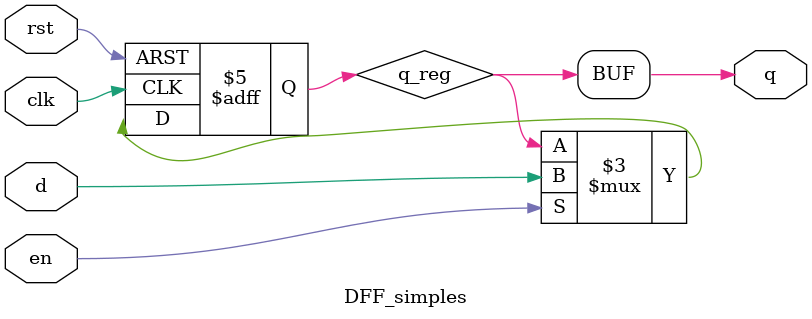
<source format=v>
module DFF_simples(
    input  d,      // Entrada de dados
    input  clk,    // Clock (borda de subida)
    input  rst,    // Reset (ativo baixo)
    input  en,     // Enable (carrega quando en=1)
    output q       // Saída
);
    reg q_reg;
    
    always @(posedge clk or negedge rst) begin
        if (!rst)
            q_reg <= 1'b0;    // Reset: saída vai para 0
        else if (en)
            q_reg <= d;       // Enable: saída recebe entrada
    end
    
    assign q = q_reg;
endmodule
</source>
